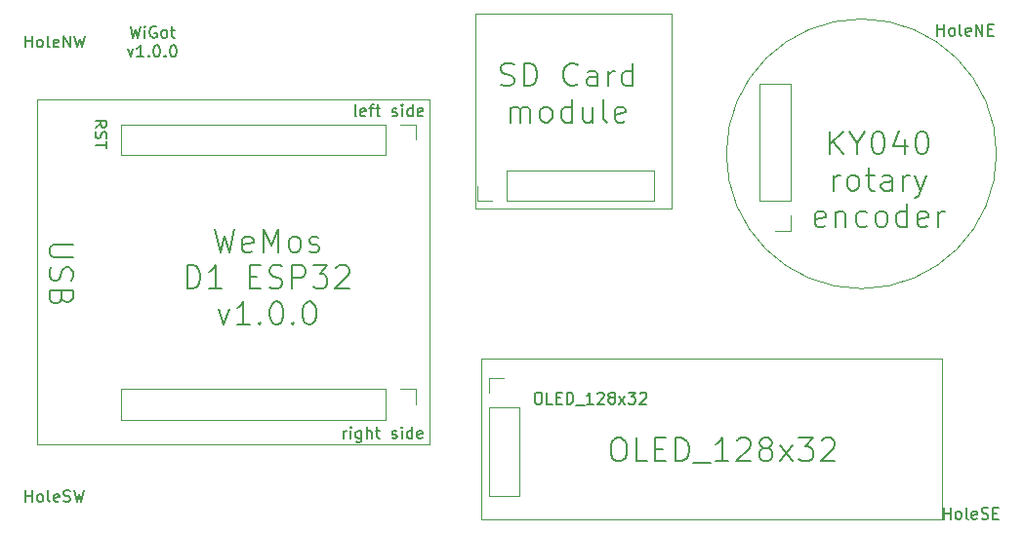
<source format=gbr>
%TF.GenerationSoftware,KiCad,Pcbnew,(5.1.6)-1*%
%TF.CreationDate,2021-07-17T16:45:05+03:00*%
%TF.ProjectId,gotek_ctrl,676f7465-6b5f-4637-9472-6c2e6b696361,rev?*%
%TF.SameCoordinates,Original*%
%TF.FileFunction,Legend,Top*%
%TF.FilePolarity,Positive*%
%FSLAX46Y46*%
G04 Gerber Fmt 4.6, Leading zero omitted, Abs format (unit mm)*
G04 Created by KiCad (PCBNEW (5.1.6)-1) date 2021-07-17 16:45:05*
%MOMM*%
%LPD*%
G01*
G04 APERTURE LIST*
%ADD10C,0.150000*%
%ADD11C,0.120000*%
G04 APERTURE END LIST*
D10*
X124595238Y-53127380D02*
X124833333Y-54127380D01*
X125023809Y-53413095D01*
X125214285Y-54127380D01*
X125452380Y-53127380D01*
X125833333Y-54127380D02*
X125833333Y-53460714D01*
X125833333Y-53127380D02*
X125785714Y-53175000D01*
X125833333Y-53222619D01*
X125880952Y-53175000D01*
X125833333Y-53127380D01*
X125833333Y-53222619D01*
X126833333Y-53175000D02*
X126738095Y-53127380D01*
X126595238Y-53127380D01*
X126452380Y-53175000D01*
X126357142Y-53270238D01*
X126309523Y-53365476D01*
X126261904Y-53555952D01*
X126261904Y-53698809D01*
X126309523Y-53889285D01*
X126357142Y-53984523D01*
X126452380Y-54079761D01*
X126595238Y-54127380D01*
X126690476Y-54127380D01*
X126833333Y-54079761D01*
X126880952Y-54032142D01*
X126880952Y-53698809D01*
X126690476Y-53698809D01*
X127452380Y-54127380D02*
X127357142Y-54079761D01*
X127309523Y-54032142D01*
X127261904Y-53936904D01*
X127261904Y-53651190D01*
X127309523Y-53555952D01*
X127357142Y-53508333D01*
X127452380Y-53460714D01*
X127595238Y-53460714D01*
X127690476Y-53508333D01*
X127738095Y-53555952D01*
X127785714Y-53651190D01*
X127785714Y-53936904D01*
X127738095Y-54032142D01*
X127690476Y-54079761D01*
X127595238Y-54127380D01*
X127452380Y-54127380D01*
X128071428Y-53460714D02*
X128452380Y-53460714D01*
X128214285Y-53127380D02*
X128214285Y-53984523D01*
X128261904Y-54079761D01*
X128357142Y-54127380D01*
X128452380Y-54127380D01*
X124357142Y-55110714D02*
X124595238Y-55777380D01*
X124833333Y-55110714D01*
X125738095Y-55777380D02*
X125166666Y-55777380D01*
X125452380Y-55777380D02*
X125452380Y-54777380D01*
X125357142Y-54920238D01*
X125261904Y-55015476D01*
X125166666Y-55063095D01*
X126166666Y-55682142D02*
X126214285Y-55729761D01*
X126166666Y-55777380D01*
X126119047Y-55729761D01*
X126166666Y-55682142D01*
X126166666Y-55777380D01*
X126833333Y-54777380D02*
X126928571Y-54777380D01*
X127023809Y-54825000D01*
X127071428Y-54872619D01*
X127119047Y-54967857D01*
X127166666Y-55158333D01*
X127166666Y-55396428D01*
X127119047Y-55586904D01*
X127071428Y-55682142D01*
X127023809Y-55729761D01*
X126928571Y-55777380D01*
X126833333Y-55777380D01*
X126738095Y-55729761D01*
X126690476Y-55682142D01*
X126642857Y-55586904D01*
X126595238Y-55396428D01*
X126595238Y-55158333D01*
X126642857Y-54967857D01*
X126690476Y-54872619D01*
X126738095Y-54825000D01*
X126833333Y-54777380D01*
X127595238Y-55682142D02*
X127642857Y-55729761D01*
X127595238Y-55777380D01*
X127547619Y-55729761D01*
X127595238Y-55682142D01*
X127595238Y-55777380D01*
X128261904Y-54777380D02*
X128357142Y-54777380D01*
X128452380Y-54825000D01*
X128500000Y-54872619D01*
X128547619Y-54967857D01*
X128595238Y-55158333D01*
X128595238Y-55396428D01*
X128547619Y-55586904D01*
X128500000Y-55682142D01*
X128452380Y-55729761D01*
X128357142Y-55777380D01*
X128261904Y-55777380D01*
X128166666Y-55729761D01*
X128119047Y-55682142D01*
X128071428Y-55586904D01*
X128023809Y-55396428D01*
X128023809Y-55158333D01*
X128071428Y-54967857D01*
X128119047Y-54872619D01*
X128166666Y-54825000D01*
X128261904Y-54777380D01*
D11*
X199715375Y-64215374D02*
G75*
G03*
X199715375Y-64215374I-11715375J0D01*
G01*
D10*
X156738095Y-58234523D02*
X157023809Y-58329761D01*
X157500000Y-58329761D01*
X157690476Y-58234523D01*
X157785714Y-58139285D01*
X157880952Y-57948809D01*
X157880952Y-57758333D01*
X157785714Y-57567857D01*
X157690476Y-57472619D01*
X157500000Y-57377380D01*
X157119047Y-57282142D01*
X156928571Y-57186904D01*
X156833333Y-57091666D01*
X156738095Y-56901190D01*
X156738095Y-56710714D01*
X156833333Y-56520238D01*
X156928571Y-56425000D01*
X157119047Y-56329761D01*
X157595238Y-56329761D01*
X157880952Y-56425000D01*
X158738095Y-58329761D02*
X158738095Y-56329761D01*
X159214285Y-56329761D01*
X159500000Y-56425000D01*
X159690476Y-56615476D01*
X159785714Y-56805952D01*
X159880952Y-57186904D01*
X159880952Y-57472619D01*
X159785714Y-57853571D01*
X159690476Y-58044047D01*
X159500000Y-58234523D01*
X159214285Y-58329761D01*
X158738095Y-58329761D01*
X163404761Y-58139285D02*
X163309523Y-58234523D01*
X163023809Y-58329761D01*
X162833333Y-58329761D01*
X162547619Y-58234523D01*
X162357142Y-58044047D01*
X162261904Y-57853571D01*
X162166666Y-57472619D01*
X162166666Y-57186904D01*
X162261904Y-56805952D01*
X162357142Y-56615476D01*
X162547619Y-56425000D01*
X162833333Y-56329761D01*
X163023809Y-56329761D01*
X163309523Y-56425000D01*
X163404761Y-56520238D01*
X165119047Y-58329761D02*
X165119047Y-57282142D01*
X165023809Y-57091666D01*
X164833333Y-56996428D01*
X164452380Y-56996428D01*
X164261904Y-57091666D01*
X165119047Y-58234523D02*
X164928571Y-58329761D01*
X164452380Y-58329761D01*
X164261904Y-58234523D01*
X164166666Y-58044047D01*
X164166666Y-57853571D01*
X164261904Y-57663095D01*
X164452380Y-57567857D01*
X164928571Y-57567857D01*
X165119047Y-57472619D01*
X166071428Y-58329761D02*
X166071428Y-56996428D01*
X166071428Y-57377380D02*
X166166666Y-57186904D01*
X166261904Y-57091666D01*
X166452380Y-56996428D01*
X166642857Y-56996428D01*
X168166666Y-58329761D02*
X168166666Y-56329761D01*
X168166666Y-58234523D02*
X167976190Y-58329761D01*
X167595238Y-58329761D01*
X167404761Y-58234523D01*
X167309523Y-58139285D01*
X167214285Y-57948809D01*
X167214285Y-57377380D01*
X167309523Y-57186904D01*
X167404761Y-57091666D01*
X167595238Y-56996428D01*
X167976190Y-56996428D01*
X168166666Y-57091666D01*
X157547619Y-61479761D02*
X157547619Y-60146428D01*
X157547619Y-60336904D02*
X157642857Y-60241666D01*
X157833333Y-60146428D01*
X158119047Y-60146428D01*
X158309523Y-60241666D01*
X158404761Y-60432142D01*
X158404761Y-61479761D01*
X158404761Y-60432142D02*
X158500000Y-60241666D01*
X158690476Y-60146428D01*
X158976190Y-60146428D01*
X159166666Y-60241666D01*
X159261904Y-60432142D01*
X159261904Y-61479761D01*
X160500000Y-61479761D02*
X160309523Y-61384523D01*
X160214285Y-61289285D01*
X160119047Y-61098809D01*
X160119047Y-60527380D01*
X160214285Y-60336904D01*
X160309523Y-60241666D01*
X160500000Y-60146428D01*
X160785714Y-60146428D01*
X160976190Y-60241666D01*
X161071428Y-60336904D01*
X161166666Y-60527380D01*
X161166666Y-61098809D01*
X161071428Y-61289285D01*
X160976190Y-61384523D01*
X160785714Y-61479761D01*
X160500000Y-61479761D01*
X162880952Y-61479761D02*
X162880952Y-59479761D01*
X162880952Y-61384523D02*
X162690476Y-61479761D01*
X162309523Y-61479761D01*
X162119047Y-61384523D01*
X162023809Y-61289285D01*
X161928571Y-61098809D01*
X161928571Y-60527380D01*
X162023809Y-60336904D01*
X162119047Y-60241666D01*
X162309523Y-60146428D01*
X162690476Y-60146428D01*
X162880952Y-60241666D01*
X164690476Y-60146428D02*
X164690476Y-61479761D01*
X163833333Y-60146428D02*
X163833333Y-61194047D01*
X163928571Y-61384523D01*
X164119047Y-61479761D01*
X164404761Y-61479761D01*
X164595238Y-61384523D01*
X164690476Y-61289285D01*
X165928571Y-61479761D02*
X165738095Y-61384523D01*
X165642857Y-61194047D01*
X165642857Y-59479761D01*
X167452380Y-61384523D02*
X167261904Y-61479761D01*
X166880952Y-61479761D01*
X166690476Y-61384523D01*
X166595238Y-61194047D01*
X166595238Y-60432142D01*
X166690476Y-60241666D01*
X166880952Y-60146428D01*
X167261904Y-60146428D01*
X167452380Y-60241666D01*
X167547619Y-60432142D01*
X167547619Y-60622619D01*
X166595238Y-60813095D01*
D11*
X154500000Y-69000000D02*
X154500000Y-52000000D01*
X171500000Y-69000000D02*
X154500000Y-69000000D01*
X171500000Y-52000000D02*
X171500000Y-69000000D01*
X154500000Y-52000000D02*
X171500000Y-52000000D01*
D10*
X185261904Y-64254761D02*
X185261904Y-62254761D01*
X186404761Y-64254761D02*
X185547619Y-63111904D01*
X186404761Y-62254761D02*
X185261904Y-63397619D01*
X187642857Y-63302380D02*
X187642857Y-64254761D01*
X186976190Y-62254761D02*
X187642857Y-63302380D01*
X188309523Y-62254761D01*
X189357142Y-62254761D02*
X189547619Y-62254761D01*
X189738095Y-62350000D01*
X189833333Y-62445238D01*
X189928571Y-62635714D01*
X190023809Y-63016666D01*
X190023809Y-63492857D01*
X189928571Y-63873809D01*
X189833333Y-64064285D01*
X189738095Y-64159523D01*
X189547619Y-64254761D01*
X189357142Y-64254761D01*
X189166666Y-64159523D01*
X189071428Y-64064285D01*
X188976190Y-63873809D01*
X188880952Y-63492857D01*
X188880952Y-63016666D01*
X188976190Y-62635714D01*
X189071428Y-62445238D01*
X189166666Y-62350000D01*
X189357142Y-62254761D01*
X191738095Y-62921428D02*
X191738095Y-64254761D01*
X191261904Y-62159523D02*
X190785714Y-63588095D01*
X192023809Y-63588095D01*
X193166666Y-62254761D02*
X193357142Y-62254761D01*
X193547619Y-62350000D01*
X193642857Y-62445238D01*
X193738095Y-62635714D01*
X193833333Y-63016666D01*
X193833333Y-63492857D01*
X193738095Y-63873809D01*
X193642857Y-64064285D01*
X193547619Y-64159523D01*
X193357142Y-64254761D01*
X193166666Y-64254761D01*
X192976190Y-64159523D01*
X192880952Y-64064285D01*
X192785714Y-63873809D01*
X192690476Y-63492857D01*
X192690476Y-63016666D01*
X192785714Y-62635714D01*
X192880952Y-62445238D01*
X192976190Y-62350000D01*
X193166666Y-62254761D01*
X185595238Y-67404761D02*
X185595238Y-66071428D01*
X185595238Y-66452380D02*
X185690476Y-66261904D01*
X185785714Y-66166666D01*
X185976190Y-66071428D01*
X186166666Y-66071428D01*
X187119047Y-67404761D02*
X186928571Y-67309523D01*
X186833333Y-67214285D01*
X186738095Y-67023809D01*
X186738095Y-66452380D01*
X186833333Y-66261904D01*
X186928571Y-66166666D01*
X187119047Y-66071428D01*
X187404761Y-66071428D01*
X187595238Y-66166666D01*
X187690476Y-66261904D01*
X187785714Y-66452380D01*
X187785714Y-67023809D01*
X187690476Y-67214285D01*
X187595238Y-67309523D01*
X187404761Y-67404761D01*
X187119047Y-67404761D01*
X188357142Y-66071428D02*
X189119047Y-66071428D01*
X188642857Y-65404761D02*
X188642857Y-67119047D01*
X188738095Y-67309523D01*
X188928571Y-67404761D01*
X189119047Y-67404761D01*
X190642857Y-67404761D02*
X190642857Y-66357142D01*
X190547619Y-66166666D01*
X190357142Y-66071428D01*
X189976190Y-66071428D01*
X189785714Y-66166666D01*
X190642857Y-67309523D02*
X190452380Y-67404761D01*
X189976190Y-67404761D01*
X189785714Y-67309523D01*
X189690476Y-67119047D01*
X189690476Y-66928571D01*
X189785714Y-66738095D01*
X189976190Y-66642857D01*
X190452380Y-66642857D01*
X190642857Y-66547619D01*
X191595238Y-67404761D02*
X191595238Y-66071428D01*
X191595238Y-66452380D02*
X191690476Y-66261904D01*
X191785714Y-66166666D01*
X191976190Y-66071428D01*
X192166666Y-66071428D01*
X192642857Y-66071428D02*
X193119047Y-67404761D01*
X193595238Y-66071428D02*
X193119047Y-67404761D01*
X192928571Y-67880952D01*
X192833333Y-67976190D01*
X192642857Y-68071428D01*
X184833333Y-70459523D02*
X184642857Y-70554761D01*
X184261904Y-70554761D01*
X184071428Y-70459523D01*
X183976190Y-70269047D01*
X183976190Y-69507142D01*
X184071428Y-69316666D01*
X184261904Y-69221428D01*
X184642857Y-69221428D01*
X184833333Y-69316666D01*
X184928571Y-69507142D01*
X184928571Y-69697619D01*
X183976190Y-69888095D01*
X185785714Y-69221428D02*
X185785714Y-70554761D01*
X185785714Y-69411904D02*
X185880952Y-69316666D01*
X186071428Y-69221428D01*
X186357142Y-69221428D01*
X186547619Y-69316666D01*
X186642857Y-69507142D01*
X186642857Y-70554761D01*
X188452380Y-70459523D02*
X188261904Y-70554761D01*
X187880952Y-70554761D01*
X187690476Y-70459523D01*
X187595238Y-70364285D01*
X187500000Y-70173809D01*
X187500000Y-69602380D01*
X187595238Y-69411904D01*
X187690476Y-69316666D01*
X187880952Y-69221428D01*
X188261904Y-69221428D01*
X188452380Y-69316666D01*
X189595238Y-70554761D02*
X189404761Y-70459523D01*
X189309523Y-70364285D01*
X189214285Y-70173809D01*
X189214285Y-69602380D01*
X189309523Y-69411904D01*
X189404761Y-69316666D01*
X189595238Y-69221428D01*
X189880952Y-69221428D01*
X190071428Y-69316666D01*
X190166666Y-69411904D01*
X190261904Y-69602380D01*
X190261904Y-70173809D01*
X190166666Y-70364285D01*
X190071428Y-70459523D01*
X189880952Y-70554761D01*
X189595238Y-70554761D01*
X191976190Y-70554761D02*
X191976190Y-68554761D01*
X191976190Y-70459523D02*
X191785714Y-70554761D01*
X191404761Y-70554761D01*
X191214285Y-70459523D01*
X191119047Y-70364285D01*
X191023809Y-70173809D01*
X191023809Y-69602380D01*
X191119047Y-69411904D01*
X191214285Y-69316666D01*
X191404761Y-69221428D01*
X191785714Y-69221428D01*
X191976190Y-69316666D01*
X193690476Y-70459523D02*
X193500000Y-70554761D01*
X193119047Y-70554761D01*
X192928571Y-70459523D01*
X192833333Y-70269047D01*
X192833333Y-69507142D01*
X192928571Y-69316666D01*
X193119047Y-69221428D01*
X193500000Y-69221428D01*
X193690476Y-69316666D01*
X193785714Y-69507142D01*
X193785714Y-69697619D01*
X192833333Y-69888095D01*
X194642857Y-70554761D02*
X194642857Y-69221428D01*
X194642857Y-69602380D02*
X194738095Y-69411904D01*
X194833333Y-69316666D01*
X195023809Y-69221428D01*
X195214285Y-69221428D01*
X131928571Y-70754761D02*
X132404761Y-72754761D01*
X132785714Y-71326190D01*
X133166666Y-72754761D01*
X133642857Y-70754761D01*
X135166666Y-72659523D02*
X134976190Y-72754761D01*
X134595238Y-72754761D01*
X134404761Y-72659523D01*
X134309523Y-72469047D01*
X134309523Y-71707142D01*
X134404761Y-71516666D01*
X134595238Y-71421428D01*
X134976190Y-71421428D01*
X135166666Y-71516666D01*
X135261904Y-71707142D01*
X135261904Y-71897619D01*
X134309523Y-72088095D01*
X136119047Y-72754761D02*
X136119047Y-70754761D01*
X136785714Y-72183333D01*
X137452380Y-70754761D01*
X137452380Y-72754761D01*
X138690476Y-72754761D02*
X138500000Y-72659523D01*
X138404761Y-72564285D01*
X138309523Y-72373809D01*
X138309523Y-71802380D01*
X138404761Y-71611904D01*
X138500000Y-71516666D01*
X138690476Y-71421428D01*
X138976190Y-71421428D01*
X139166666Y-71516666D01*
X139261904Y-71611904D01*
X139357142Y-71802380D01*
X139357142Y-72373809D01*
X139261904Y-72564285D01*
X139166666Y-72659523D01*
X138976190Y-72754761D01*
X138690476Y-72754761D01*
X140119047Y-72659523D02*
X140309523Y-72754761D01*
X140690476Y-72754761D01*
X140880952Y-72659523D01*
X140976190Y-72469047D01*
X140976190Y-72373809D01*
X140880952Y-72183333D01*
X140690476Y-72088095D01*
X140404761Y-72088095D01*
X140214285Y-71992857D01*
X140119047Y-71802380D01*
X140119047Y-71707142D01*
X140214285Y-71516666D01*
X140404761Y-71421428D01*
X140690476Y-71421428D01*
X140880952Y-71516666D01*
X129500000Y-75904761D02*
X129500000Y-73904761D01*
X129976190Y-73904761D01*
X130261904Y-74000000D01*
X130452380Y-74190476D01*
X130547619Y-74380952D01*
X130642857Y-74761904D01*
X130642857Y-75047619D01*
X130547619Y-75428571D01*
X130452380Y-75619047D01*
X130261904Y-75809523D01*
X129976190Y-75904761D01*
X129500000Y-75904761D01*
X132547619Y-75904761D02*
X131404761Y-75904761D01*
X131976190Y-75904761D02*
X131976190Y-73904761D01*
X131785714Y-74190476D01*
X131595238Y-74380952D01*
X131404761Y-74476190D01*
X134928571Y-74857142D02*
X135595238Y-74857142D01*
X135880952Y-75904761D02*
X134928571Y-75904761D01*
X134928571Y-73904761D01*
X135880952Y-73904761D01*
X136642857Y-75809523D02*
X136928571Y-75904761D01*
X137404761Y-75904761D01*
X137595238Y-75809523D01*
X137690476Y-75714285D01*
X137785714Y-75523809D01*
X137785714Y-75333333D01*
X137690476Y-75142857D01*
X137595238Y-75047619D01*
X137404761Y-74952380D01*
X137023809Y-74857142D01*
X136833333Y-74761904D01*
X136738095Y-74666666D01*
X136642857Y-74476190D01*
X136642857Y-74285714D01*
X136738095Y-74095238D01*
X136833333Y-74000000D01*
X137023809Y-73904761D01*
X137500000Y-73904761D01*
X137785714Y-74000000D01*
X138642857Y-75904761D02*
X138642857Y-73904761D01*
X139404761Y-73904761D01*
X139595238Y-74000000D01*
X139690476Y-74095238D01*
X139785714Y-74285714D01*
X139785714Y-74571428D01*
X139690476Y-74761904D01*
X139595238Y-74857142D01*
X139404761Y-74952380D01*
X138642857Y-74952380D01*
X140452380Y-73904761D02*
X141690476Y-73904761D01*
X141023809Y-74666666D01*
X141309523Y-74666666D01*
X141500000Y-74761904D01*
X141595238Y-74857142D01*
X141690476Y-75047619D01*
X141690476Y-75523809D01*
X141595238Y-75714285D01*
X141500000Y-75809523D01*
X141309523Y-75904761D01*
X140738095Y-75904761D01*
X140547619Y-75809523D01*
X140452380Y-75714285D01*
X142452380Y-74095238D02*
X142547619Y-74000000D01*
X142738095Y-73904761D01*
X143214285Y-73904761D01*
X143404761Y-74000000D01*
X143500000Y-74095238D01*
X143595238Y-74285714D01*
X143595238Y-74476190D01*
X143500000Y-74761904D01*
X142357142Y-75904761D01*
X143595238Y-75904761D01*
X132214285Y-77721428D02*
X132690476Y-79054761D01*
X133166666Y-77721428D01*
X134976190Y-79054761D02*
X133833333Y-79054761D01*
X134404761Y-79054761D02*
X134404761Y-77054761D01*
X134214285Y-77340476D01*
X134023809Y-77530952D01*
X133833333Y-77626190D01*
X135833333Y-78864285D02*
X135928571Y-78959523D01*
X135833333Y-79054761D01*
X135738095Y-78959523D01*
X135833333Y-78864285D01*
X135833333Y-79054761D01*
X137166666Y-77054761D02*
X137357142Y-77054761D01*
X137547619Y-77150000D01*
X137642857Y-77245238D01*
X137738095Y-77435714D01*
X137833333Y-77816666D01*
X137833333Y-78292857D01*
X137738095Y-78673809D01*
X137642857Y-78864285D01*
X137547619Y-78959523D01*
X137357142Y-79054761D01*
X137166666Y-79054761D01*
X136976190Y-78959523D01*
X136880952Y-78864285D01*
X136785714Y-78673809D01*
X136690476Y-78292857D01*
X136690476Y-77816666D01*
X136785714Y-77435714D01*
X136880952Y-77245238D01*
X136976190Y-77150000D01*
X137166666Y-77054761D01*
X138690476Y-78864285D02*
X138785714Y-78959523D01*
X138690476Y-79054761D01*
X138595238Y-78959523D01*
X138690476Y-78864285D01*
X138690476Y-79054761D01*
X140023809Y-77054761D02*
X140214285Y-77054761D01*
X140404761Y-77150000D01*
X140500000Y-77245238D01*
X140595238Y-77435714D01*
X140690476Y-77816666D01*
X140690476Y-78292857D01*
X140595238Y-78673809D01*
X140500000Y-78864285D01*
X140404761Y-78959523D01*
X140214285Y-79054761D01*
X140023809Y-79054761D01*
X139833333Y-78959523D01*
X139738095Y-78864285D01*
X139642857Y-78673809D01*
X139547619Y-78292857D01*
X139547619Y-77816666D01*
X139642857Y-77435714D01*
X139738095Y-77245238D01*
X139833333Y-77150000D01*
X140023809Y-77054761D01*
X121547619Y-61907023D02*
X122023809Y-61573690D01*
X121547619Y-61335595D02*
X122547619Y-61335595D01*
X122547619Y-61716547D01*
X122500000Y-61811785D01*
X122452380Y-61859404D01*
X122357142Y-61907023D01*
X122214285Y-61907023D01*
X122119047Y-61859404D01*
X122071428Y-61811785D01*
X122023809Y-61716547D01*
X122023809Y-61335595D01*
X121595238Y-62287976D02*
X121547619Y-62430833D01*
X121547619Y-62668928D01*
X121595238Y-62764166D01*
X121642857Y-62811785D01*
X121738095Y-62859404D01*
X121833333Y-62859404D01*
X121928571Y-62811785D01*
X121976190Y-62764166D01*
X122023809Y-62668928D01*
X122071428Y-62478452D01*
X122119047Y-62383214D01*
X122166666Y-62335595D01*
X122261904Y-62287976D01*
X122357142Y-62287976D01*
X122452380Y-62335595D01*
X122500000Y-62383214D01*
X122547619Y-62478452D01*
X122547619Y-62716547D01*
X122500000Y-62859404D01*
X122547619Y-63145119D02*
X122547619Y-63716547D01*
X121547619Y-63430833D02*
X122547619Y-63430833D01*
D11*
X116500000Y-59500000D02*
X150500000Y-59500000D01*
X116500000Y-89500000D02*
X116500000Y-59500000D01*
X150500000Y-89500000D02*
X116500000Y-89500000D01*
X150500000Y-59500000D02*
X150500000Y-89500000D01*
D10*
X166761904Y-88904761D02*
X167142857Y-88904761D01*
X167333333Y-89000000D01*
X167523809Y-89190476D01*
X167619047Y-89571428D01*
X167619047Y-90238095D01*
X167523809Y-90619047D01*
X167333333Y-90809523D01*
X167142857Y-90904761D01*
X166761904Y-90904761D01*
X166571428Y-90809523D01*
X166380952Y-90619047D01*
X166285714Y-90238095D01*
X166285714Y-89571428D01*
X166380952Y-89190476D01*
X166571428Y-89000000D01*
X166761904Y-88904761D01*
X169428571Y-90904761D02*
X168476190Y-90904761D01*
X168476190Y-88904761D01*
X170095238Y-89857142D02*
X170761904Y-89857142D01*
X171047619Y-90904761D02*
X170095238Y-90904761D01*
X170095238Y-88904761D01*
X171047619Y-88904761D01*
X171904761Y-90904761D02*
X171904761Y-88904761D01*
X172380952Y-88904761D01*
X172666666Y-89000000D01*
X172857142Y-89190476D01*
X172952380Y-89380952D01*
X173047619Y-89761904D01*
X173047619Y-90047619D01*
X172952380Y-90428571D01*
X172857142Y-90619047D01*
X172666666Y-90809523D01*
X172380952Y-90904761D01*
X171904761Y-90904761D01*
X173428571Y-91095238D02*
X174952380Y-91095238D01*
X176476190Y-90904761D02*
X175333333Y-90904761D01*
X175904761Y-90904761D02*
X175904761Y-88904761D01*
X175714285Y-89190476D01*
X175523809Y-89380952D01*
X175333333Y-89476190D01*
X177238095Y-89095238D02*
X177333333Y-89000000D01*
X177523809Y-88904761D01*
X178000000Y-88904761D01*
X178190476Y-89000000D01*
X178285714Y-89095238D01*
X178380952Y-89285714D01*
X178380952Y-89476190D01*
X178285714Y-89761904D01*
X177142857Y-90904761D01*
X178380952Y-90904761D01*
X179523809Y-89761904D02*
X179333333Y-89666666D01*
X179238095Y-89571428D01*
X179142857Y-89380952D01*
X179142857Y-89285714D01*
X179238095Y-89095238D01*
X179333333Y-89000000D01*
X179523809Y-88904761D01*
X179904761Y-88904761D01*
X180095238Y-89000000D01*
X180190476Y-89095238D01*
X180285714Y-89285714D01*
X180285714Y-89380952D01*
X180190476Y-89571428D01*
X180095238Y-89666666D01*
X179904761Y-89761904D01*
X179523809Y-89761904D01*
X179333333Y-89857142D01*
X179238095Y-89952380D01*
X179142857Y-90142857D01*
X179142857Y-90523809D01*
X179238095Y-90714285D01*
X179333333Y-90809523D01*
X179523809Y-90904761D01*
X179904761Y-90904761D01*
X180095238Y-90809523D01*
X180190476Y-90714285D01*
X180285714Y-90523809D01*
X180285714Y-90142857D01*
X180190476Y-89952380D01*
X180095238Y-89857142D01*
X179904761Y-89761904D01*
X180952380Y-90904761D02*
X182000000Y-89571428D01*
X180952380Y-89571428D02*
X182000000Y-90904761D01*
X182571428Y-88904761D02*
X183809523Y-88904761D01*
X183142857Y-89666666D01*
X183428571Y-89666666D01*
X183619047Y-89761904D01*
X183714285Y-89857142D01*
X183809523Y-90047619D01*
X183809523Y-90523809D01*
X183714285Y-90714285D01*
X183619047Y-90809523D01*
X183428571Y-90904761D01*
X182857142Y-90904761D01*
X182666666Y-90809523D01*
X182571428Y-90714285D01*
X184571428Y-89095238D02*
X184666666Y-89000000D01*
X184857142Y-88904761D01*
X185333333Y-88904761D01*
X185523809Y-89000000D01*
X185619047Y-89095238D01*
X185714285Y-89285714D01*
X185714285Y-89476190D01*
X185619047Y-89761904D01*
X184476190Y-90904761D01*
X185714285Y-90904761D01*
D11*
X155000000Y-96000000D02*
X155000000Y-82000000D01*
X155000000Y-82000000D02*
X195000000Y-82000000D01*
X155000000Y-96000000D02*
X195000000Y-96000000D01*
X195000000Y-82000000D02*
X195000000Y-96000000D01*
D10*
X119595238Y-72073690D02*
X117976190Y-72073690D01*
X117785714Y-72168928D01*
X117690476Y-72264166D01*
X117595238Y-72454642D01*
X117595238Y-72835595D01*
X117690476Y-73026071D01*
X117785714Y-73121309D01*
X117976190Y-73216547D01*
X119595238Y-73216547D01*
X117690476Y-74073690D02*
X117595238Y-74359404D01*
X117595238Y-74835595D01*
X117690476Y-75026071D01*
X117785714Y-75121309D01*
X117976190Y-75216547D01*
X118166666Y-75216547D01*
X118357142Y-75121309D01*
X118452380Y-75026071D01*
X118547619Y-74835595D01*
X118642857Y-74454642D01*
X118738095Y-74264166D01*
X118833333Y-74168928D01*
X119023809Y-74073690D01*
X119214285Y-74073690D01*
X119404761Y-74168928D01*
X119500000Y-74264166D01*
X119595238Y-74454642D01*
X119595238Y-74930833D01*
X119500000Y-75216547D01*
X118642857Y-76740357D02*
X118547619Y-77026071D01*
X118452380Y-77121309D01*
X118261904Y-77216547D01*
X117976190Y-77216547D01*
X117785714Y-77121309D01*
X117690476Y-77026071D01*
X117595238Y-76835595D01*
X117595238Y-76073690D01*
X119595238Y-76073690D01*
X119595238Y-76740357D01*
X119500000Y-76930833D01*
X119404761Y-77026071D01*
X119214285Y-77121309D01*
X119023809Y-77121309D01*
X118833333Y-77026071D01*
X118738095Y-76930833D01*
X118642857Y-76740357D01*
X118642857Y-76073690D01*
D11*
%TO.C,*%
X154670000Y-68330000D02*
X154670000Y-67000000D01*
X156000000Y-68330000D02*
X154670000Y-68330000D01*
X157270000Y-68330000D02*
X157270000Y-65670000D01*
X157270000Y-65670000D02*
X170030000Y-65670000D01*
X157270000Y-68330000D02*
X170030000Y-68330000D01*
X170030000Y-68330000D02*
X170030000Y-65670000D01*
X181830000Y-70910000D02*
X180500000Y-70910000D01*
X181830000Y-69580000D02*
X181830000Y-70910000D01*
X181830000Y-68310000D02*
X179170000Y-68310000D01*
X179170000Y-68310000D02*
X179170000Y-58090000D01*
X181830000Y-68310000D02*
X181830000Y-58090000D01*
X181830000Y-58090000D02*
X179170000Y-58090000D01*
%TO.C,right side*%
X123810000Y-84670000D02*
X123810000Y-87330000D01*
X146730000Y-84670000D02*
X123810000Y-84670000D01*
X146730000Y-87330000D02*
X123810000Y-87330000D01*
X146730000Y-84670000D02*
X146730000Y-87330000D01*
X148000000Y-84670000D02*
X149330000Y-84670000D01*
X149330000Y-84670000D02*
X149330000Y-86000000D01*
%TO.C,left side*%
X149330000Y-61670000D02*
X149330000Y-63000000D01*
X148000000Y-61670000D02*
X149330000Y-61670000D01*
X146730000Y-61670000D02*
X146730000Y-64330000D01*
X146730000Y-64330000D02*
X123810000Y-64330000D01*
X146730000Y-61670000D02*
X123810000Y-61670000D01*
X123810000Y-61670000D02*
X123810000Y-64330000D01*
%TO.C,OLED_128x32*%
X155670000Y-93950000D02*
X158330000Y-93950000D01*
X155670000Y-86270000D02*
X155670000Y-93950000D01*
X158330000Y-86270000D02*
X158330000Y-93950000D01*
X155670000Y-86270000D02*
X158330000Y-86270000D01*
X155670000Y-85000000D02*
X155670000Y-83670000D01*
X155670000Y-83670000D02*
X157000000Y-83670000D01*
%TD*%
%TO.C,HoleSW*%
D10*
X115523809Y-94452380D02*
X115523809Y-93452380D01*
X115523809Y-93928571D02*
X116095238Y-93928571D01*
X116095238Y-94452380D02*
X116095238Y-93452380D01*
X116714285Y-94452380D02*
X116619047Y-94404761D01*
X116571428Y-94357142D01*
X116523809Y-94261904D01*
X116523809Y-93976190D01*
X116571428Y-93880952D01*
X116619047Y-93833333D01*
X116714285Y-93785714D01*
X116857142Y-93785714D01*
X116952380Y-93833333D01*
X117000000Y-93880952D01*
X117047619Y-93976190D01*
X117047619Y-94261904D01*
X117000000Y-94357142D01*
X116952380Y-94404761D01*
X116857142Y-94452380D01*
X116714285Y-94452380D01*
X117619047Y-94452380D02*
X117523809Y-94404761D01*
X117476190Y-94309523D01*
X117476190Y-93452380D01*
X118380952Y-94404761D02*
X118285714Y-94452380D01*
X118095238Y-94452380D01*
X118000000Y-94404761D01*
X117952380Y-94309523D01*
X117952380Y-93928571D01*
X118000000Y-93833333D01*
X118095238Y-93785714D01*
X118285714Y-93785714D01*
X118380952Y-93833333D01*
X118428571Y-93928571D01*
X118428571Y-94023809D01*
X117952380Y-94119047D01*
X118809523Y-94404761D02*
X118952380Y-94452380D01*
X119190476Y-94452380D01*
X119285714Y-94404761D01*
X119333333Y-94357142D01*
X119380952Y-94261904D01*
X119380952Y-94166666D01*
X119333333Y-94071428D01*
X119285714Y-94023809D01*
X119190476Y-93976190D01*
X119000000Y-93928571D01*
X118904761Y-93880952D01*
X118857142Y-93833333D01*
X118809523Y-93738095D01*
X118809523Y-93642857D01*
X118857142Y-93547619D01*
X118904761Y-93500000D01*
X119000000Y-93452380D01*
X119238095Y-93452380D01*
X119380952Y-93500000D01*
X119714285Y-93452380D02*
X119952380Y-94452380D01*
X120142857Y-93738095D01*
X120333333Y-94452380D01*
X120571428Y-93452380D01*
%TO.C,HoleSE*%
X195142857Y-95952380D02*
X195142857Y-94952380D01*
X195142857Y-95428571D02*
X195714285Y-95428571D01*
X195714285Y-95952380D02*
X195714285Y-94952380D01*
X196333333Y-95952380D02*
X196238095Y-95904761D01*
X196190476Y-95857142D01*
X196142857Y-95761904D01*
X196142857Y-95476190D01*
X196190476Y-95380952D01*
X196238095Y-95333333D01*
X196333333Y-95285714D01*
X196476190Y-95285714D01*
X196571428Y-95333333D01*
X196619047Y-95380952D01*
X196666666Y-95476190D01*
X196666666Y-95761904D01*
X196619047Y-95857142D01*
X196571428Y-95904761D01*
X196476190Y-95952380D01*
X196333333Y-95952380D01*
X197238095Y-95952380D02*
X197142857Y-95904761D01*
X197095238Y-95809523D01*
X197095238Y-94952380D01*
X198000000Y-95904761D02*
X197904761Y-95952380D01*
X197714285Y-95952380D01*
X197619047Y-95904761D01*
X197571428Y-95809523D01*
X197571428Y-95428571D01*
X197619047Y-95333333D01*
X197714285Y-95285714D01*
X197904761Y-95285714D01*
X198000000Y-95333333D01*
X198047619Y-95428571D01*
X198047619Y-95523809D01*
X197571428Y-95619047D01*
X198428571Y-95904761D02*
X198571428Y-95952380D01*
X198809523Y-95952380D01*
X198904761Y-95904761D01*
X198952380Y-95857142D01*
X199000000Y-95761904D01*
X199000000Y-95666666D01*
X198952380Y-95571428D01*
X198904761Y-95523809D01*
X198809523Y-95476190D01*
X198619047Y-95428571D01*
X198523809Y-95380952D01*
X198476190Y-95333333D01*
X198428571Y-95238095D01*
X198428571Y-95142857D01*
X198476190Y-95047619D01*
X198523809Y-95000000D01*
X198619047Y-94952380D01*
X198857142Y-94952380D01*
X199000000Y-95000000D01*
X199428571Y-95428571D02*
X199761904Y-95428571D01*
X199904761Y-95952380D02*
X199428571Y-95952380D01*
X199428571Y-94952380D01*
X199904761Y-94952380D01*
%TO.C,HoleNE*%
X194595238Y-53952380D02*
X194595238Y-52952380D01*
X194595238Y-53428571D02*
X195166666Y-53428571D01*
X195166666Y-53952380D02*
X195166666Y-52952380D01*
X195785714Y-53952380D02*
X195690476Y-53904761D01*
X195642857Y-53857142D01*
X195595238Y-53761904D01*
X195595238Y-53476190D01*
X195642857Y-53380952D01*
X195690476Y-53333333D01*
X195785714Y-53285714D01*
X195928571Y-53285714D01*
X196023809Y-53333333D01*
X196071428Y-53380952D01*
X196119047Y-53476190D01*
X196119047Y-53761904D01*
X196071428Y-53857142D01*
X196023809Y-53904761D01*
X195928571Y-53952380D01*
X195785714Y-53952380D01*
X196690476Y-53952380D02*
X196595238Y-53904761D01*
X196547619Y-53809523D01*
X196547619Y-52952380D01*
X197452380Y-53904761D02*
X197357142Y-53952380D01*
X197166666Y-53952380D01*
X197071428Y-53904761D01*
X197023809Y-53809523D01*
X197023809Y-53428571D01*
X197071428Y-53333333D01*
X197166666Y-53285714D01*
X197357142Y-53285714D01*
X197452380Y-53333333D01*
X197500000Y-53428571D01*
X197500000Y-53523809D01*
X197023809Y-53619047D01*
X197928571Y-53952380D02*
X197928571Y-52952380D01*
X198500000Y-53952380D01*
X198500000Y-52952380D01*
X198976190Y-53428571D02*
X199309523Y-53428571D01*
X199452380Y-53952380D02*
X198976190Y-53952380D01*
X198976190Y-52952380D01*
X199452380Y-52952380D01*
%TO.C,HoleNW*%
X115476190Y-54952380D02*
X115476190Y-53952380D01*
X115476190Y-54428571D02*
X116047619Y-54428571D01*
X116047619Y-54952380D02*
X116047619Y-53952380D01*
X116666666Y-54952380D02*
X116571428Y-54904761D01*
X116523809Y-54857142D01*
X116476190Y-54761904D01*
X116476190Y-54476190D01*
X116523809Y-54380952D01*
X116571428Y-54333333D01*
X116666666Y-54285714D01*
X116809523Y-54285714D01*
X116904761Y-54333333D01*
X116952380Y-54380952D01*
X117000000Y-54476190D01*
X117000000Y-54761904D01*
X116952380Y-54857142D01*
X116904761Y-54904761D01*
X116809523Y-54952380D01*
X116666666Y-54952380D01*
X117571428Y-54952380D02*
X117476190Y-54904761D01*
X117428571Y-54809523D01*
X117428571Y-53952380D01*
X118333333Y-54904761D02*
X118238095Y-54952380D01*
X118047619Y-54952380D01*
X117952380Y-54904761D01*
X117904761Y-54809523D01*
X117904761Y-54428571D01*
X117952380Y-54333333D01*
X118047619Y-54285714D01*
X118238095Y-54285714D01*
X118333333Y-54333333D01*
X118380952Y-54428571D01*
X118380952Y-54523809D01*
X117904761Y-54619047D01*
X118809523Y-54952380D02*
X118809523Y-53952380D01*
X119380952Y-54952380D01*
X119380952Y-53952380D01*
X119761904Y-53952380D02*
X120000000Y-54952380D01*
X120190476Y-54238095D01*
X120380952Y-54952380D01*
X120619047Y-53952380D01*
%TO.C,*%
%TO.C,right side*%
X143095238Y-88952380D02*
X143095238Y-88285714D01*
X143095238Y-88476190D02*
X143142857Y-88380952D01*
X143190476Y-88333333D01*
X143285714Y-88285714D01*
X143380952Y-88285714D01*
X143714285Y-88952380D02*
X143714285Y-88285714D01*
X143714285Y-87952380D02*
X143666666Y-88000000D01*
X143714285Y-88047619D01*
X143761904Y-88000000D01*
X143714285Y-87952380D01*
X143714285Y-88047619D01*
X144619047Y-88285714D02*
X144619047Y-89095238D01*
X144571428Y-89190476D01*
X144523809Y-89238095D01*
X144428571Y-89285714D01*
X144285714Y-89285714D01*
X144190476Y-89238095D01*
X144619047Y-88904761D02*
X144523809Y-88952380D01*
X144333333Y-88952380D01*
X144238095Y-88904761D01*
X144190476Y-88857142D01*
X144142857Y-88761904D01*
X144142857Y-88476190D01*
X144190476Y-88380952D01*
X144238095Y-88333333D01*
X144333333Y-88285714D01*
X144523809Y-88285714D01*
X144619047Y-88333333D01*
X145095238Y-88952380D02*
X145095238Y-87952380D01*
X145523809Y-88952380D02*
X145523809Y-88428571D01*
X145476190Y-88333333D01*
X145380952Y-88285714D01*
X145238095Y-88285714D01*
X145142857Y-88333333D01*
X145095238Y-88380952D01*
X145857142Y-88285714D02*
X146238095Y-88285714D01*
X146000000Y-87952380D02*
X146000000Y-88809523D01*
X146047619Y-88904761D01*
X146142857Y-88952380D01*
X146238095Y-88952380D01*
X147285714Y-88904761D02*
X147380952Y-88952380D01*
X147571428Y-88952380D01*
X147666666Y-88904761D01*
X147714285Y-88809523D01*
X147714285Y-88761904D01*
X147666666Y-88666666D01*
X147571428Y-88619047D01*
X147428571Y-88619047D01*
X147333333Y-88571428D01*
X147285714Y-88476190D01*
X147285714Y-88428571D01*
X147333333Y-88333333D01*
X147428571Y-88285714D01*
X147571428Y-88285714D01*
X147666666Y-88333333D01*
X148142857Y-88952380D02*
X148142857Y-88285714D01*
X148142857Y-87952380D02*
X148095238Y-88000000D01*
X148142857Y-88047619D01*
X148190476Y-88000000D01*
X148142857Y-87952380D01*
X148142857Y-88047619D01*
X149047619Y-88952380D02*
X149047619Y-87952380D01*
X149047619Y-88904761D02*
X148952380Y-88952380D01*
X148761904Y-88952380D01*
X148666666Y-88904761D01*
X148619047Y-88857142D01*
X148571428Y-88761904D01*
X148571428Y-88476190D01*
X148619047Y-88380952D01*
X148666666Y-88333333D01*
X148761904Y-88285714D01*
X148952380Y-88285714D01*
X149047619Y-88333333D01*
X149904761Y-88904761D02*
X149809523Y-88952380D01*
X149619047Y-88952380D01*
X149523809Y-88904761D01*
X149476190Y-88809523D01*
X149476190Y-88428571D01*
X149523809Y-88333333D01*
X149619047Y-88285714D01*
X149809523Y-88285714D01*
X149904761Y-88333333D01*
X149952380Y-88428571D01*
X149952380Y-88523809D01*
X149476190Y-88619047D01*
%TO.C,left side*%
X144214285Y-60952380D02*
X144119047Y-60904761D01*
X144071428Y-60809523D01*
X144071428Y-59952380D01*
X144976190Y-60904761D02*
X144880952Y-60952380D01*
X144690476Y-60952380D01*
X144595238Y-60904761D01*
X144547619Y-60809523D01*
X144547619Y-60428571D01*
X144595238Y-60333333D01*
X144690476Y-60285714D01*
X144880952Y-60285714D01*
X144976190Y-60333333D01*
X145023809Y-60428571D01*
X145023809Y-60523809D01*
X144547619Y-60619047D01*
X145309523Y-60285714D02*
X145690476Y-60285714D01*
X145452380Y-60952380D02*
X145452380Y-60095238D01*
X145500000Y-60000000D01*
X145595238Y-59952380D01*
X145690476Y-59952380D01*
X145880952Y-60285714D02*
X146261904Y-60285714D01*
X146023809Y-59952380D02*
X146023809Y-60809523D01*
X146071428Y-60904761D01*
X146166666Y-60952380D01*
X146261904Y-60952380D01*
X147309523Y-60904761D02*
X147404761Y-60952380D01*
X147595238Y-60952380D01*
X147690476Y-60904761D01*
X147738095Y-60809523D01*
X147738095Y-60761904D01*
X147690476Y-60666666D01*
X147595238Y-60619047D01*
X147452380Y-60619047D01*
X147357142Y-60571428D01*
X147309523Y-60476190D01*
X147309523Y-60428571D01*
X147357142Y-60333333D01*
X147452380Y-60285714D01*
X147595238Y-60285714D01*
X147690476Y-60333333D01*
X148166666Y-60952380D02*
X148166666Y-60285714D01*
X148166666Y-59952380D02*
X148119047Y-60000000D01*
X148166666Y-60047619D01*
X148214285Y-60000000D01*
X148166666Y-59952380D01*
X148166666Y-60047619D01*
X149071428Y-60952380D02*
X149071428Y-59952380D01*
X149071428Y-60904761D02*
X148976190Y-60952380D01*
X148785714Y-60952380D01*
X148690476Y-60904761D01*
X148642857Y-60857142D01*
X148595238Y-60761904D01*
X148595238Y-60476190D01*
X148642857Y-60380952D01*
X148690476Y-60333333D01*
X148785714Y-60285714D01*
X148976190Y-60285714D01*
X149071428Y-60333333D01*
X149928571Y-60904761D02*
X149833333Y-60952380D01*
X149642857Y-60952380D01*
X149547619Y-60904761D01*
X149500000Y-60809523D01*
X149500000Y-60428571D01*
X149547619Y-60333333D01*
X149642857Y-60285714D01*
X149833333Y-60285714D01*
X149928571Y-60333333D01*
X149976190Y-60428571D01*
X149976190Y-60523809D01*
X149500000Y-60619047D01*
%TO.C,OLED_128x32*%
X159880952Y-84952380D02*
X160071428Y-84952380D01*
X160166666Y-85000000D01*
X160261904Y-85095238D01*
X160309523Y-85285714D01*
X160309523Y-85619047D01*
X160261904Y-85809523D01*
X160166666Y-85904761D01*
X160071428Y-85952380D01*
X159880952Y-85952380D01*
X159785714Y-85904761D01*
X159690476Y-85809523D01*
X159642857Y-85619047D01*
X159642857Y-85285714D01*
X159690476Y-85095238D01*
X159785714Y-85000000D01*
X159880952Y-84952380D01*
X161214285Y-85952380D02*
X160738095Y-85952380D01*
X160738095Y-84952380D01*
X161547619Y-85428571D02*
X161880952Y-85428571D01*
X162023809Y-85952380D02*
X161547619Y-85952380D01*
X161547619Y-84952380D01*
X162023809Y-84952380D01*
X162452380Y-85952380D02*
X162452380Y-84952380D01*
X162690476Y-84952380D01*
X162833333Y-85000000D01*
X162928571Y-85095238D01*
X162976190Y-85190476D01*
X163023809Y-85380952D01*
X163023809Y-85523809D01*
X162976190Y-85714285D01*
X162928571Y-85809523D01*
X162833333Y-85904761D01*
X162690476Y-85952380D01*
X162452380Y-85952380D01*
X163214285Y-86047619D02*
X163976190Y-86047619D01*
X164738095Y-85952380D02*
X164166666Y-85952380D01*
X164452380Y-85952380D02*
X164452380Y-84952380D01*
X164357142Y-85095238D01*
X164261904Y-85190476D01*
X164166666Y-85238095D01*
X165119047Y-85047619D02*
X165166666Y-85000000D01*
X165261904Y-84952380D01*
X165500000Y-84952380D01*
X165595238Y-85000000D01*
X165642857Y-85047619D01*
X165690476Y-85142857D01*
X165690476Y-85238095D01*
X165642857Y-85380952D01*
X165071428Y-85952380D01*
X165690476Y-85952380D01*
X166261904Y-85380952D02*
X166166666Y-85333333D01*
X166119047Y-85285714D01*
X166071428Y-85190476D01*
X166071428Y-85142857D01*
X166119047Y-85047619D01*
X166166666Y-85000000D01*
X166261904Y-84952380D01*
X166452380Y-84952380D01*
X166547619Y-85000000D01*
X166595238Y-85047619D01*
X166642857Y-85142857D01*
X166642857Y-85190476D01*
X166595238Y-85285714D01*
X166547619Y-85333333D01*
X166452380Y-85380952D01*
X166261904Y-85380952D01*
X166166666Y-85428571D01*
X166119047Y-85476190D01*
X166071428Y-85571428D01*
X166071428Y-85761904D01*
X166119047Y-85857142D01*
X166166666Y-85904761D01*
X166261904Y-85952380D01*
X166452380Y-85952380D01*
X166547619Y-85904761D01*
X166595238Y-85857142D01*
X166642857Y-85761904D01*
X166642857Y-85571428D01*
X166595238Y-85476190D01*
X166547619Y-85428571D01*
X166452380Y-85380952D01*
X166976190Y-85952380D02*
X167500000Y-85285714D01*
X166976190Y-85285714D02*
X167500000Y-85952380D01*
X167785714Y-84952380D02*
X168404761Y-84952380D01*
X168071428Y-85333333D01*
X168214285Y-85333333D01*
X168309523Y-85380952D01*
X168357142Y-85428571D01*
X168404761Y-85523809D01*
X168404761Y-85761904D01*
X168357142Y-85857142D01*
X168309523Y-85904761D01*
X168214285Y-85952380D01*
X167928571Y-85952380D01*
X167833333Y-85904761D01*
X167785714Y-85857142D01*
X168785714Y-85047619D02*
X168833333Y-85000000D01*
X168928571Y-84952380D01*
X169166666Y-84952380D01*
X169261904Y-85000000D01*
X169309523Y-85047619D01*
X169357142Y-85142857D01*
X169357142Y-85238095D01*
X169309523Y-85380952D01*
X168738095Y-85952380D01*
X169357142Y-85952380D01*
%TD*%
M02*

</source>
